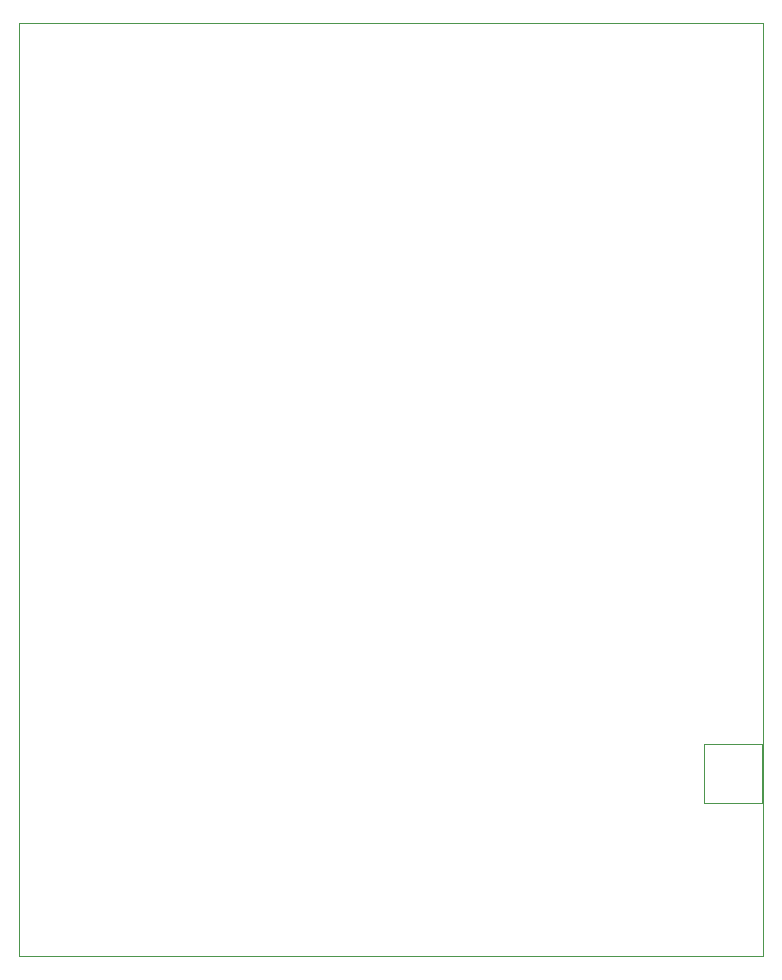
<source format=gm1>
G04 #@! TF.GenerationSoftware,KiCad,Pcbnew,8.0.9-8.0.9-0~ubuntu22.04.1*
G04 #@! TF.CreationDate,2025-03-11T21:38:10+01:00*
G04 #@! TF.ProjectId,BrakeOutBoard,4272616b-654f-4757-9442-6f6172642e6b,rev?*
G04 #@! TF.SameCoordinates,Original*
G04 #@! TF.FileFunction,Profile,NP*
%FSLAX46Y46*%
G04 Gerber Fmt 4.6, Leading zero omitted, Abs format (unit mm)*
G04 Created by KiCad (PCBNEW 8.0.9-8.0.9-0~ubuntu22.04.1) date 2025-03-11 21:38:10*
%MOMM*%
%LPD*%
G01*
G04 APERTURE LIST*
G04 #@! TA.AperFunction,Profile*
%ADD10C,0.050000*%
G04 #@! TD*
G04 APERTURE END LIST*
D10*
X124011600Y-75603200D02*
X187011600Y-75603200D01*
X187011600Y-154603200D01*
X124011600Y-154603200D01*
X124011600Y-75603200D01*
X182011600Y-136603200D02*
X186961600Y-136603200D01*
X186961600Y-141603200D01*
X182011600Y-141603200D01*
X182011600Y-136603200D01*
M02*

</source>
